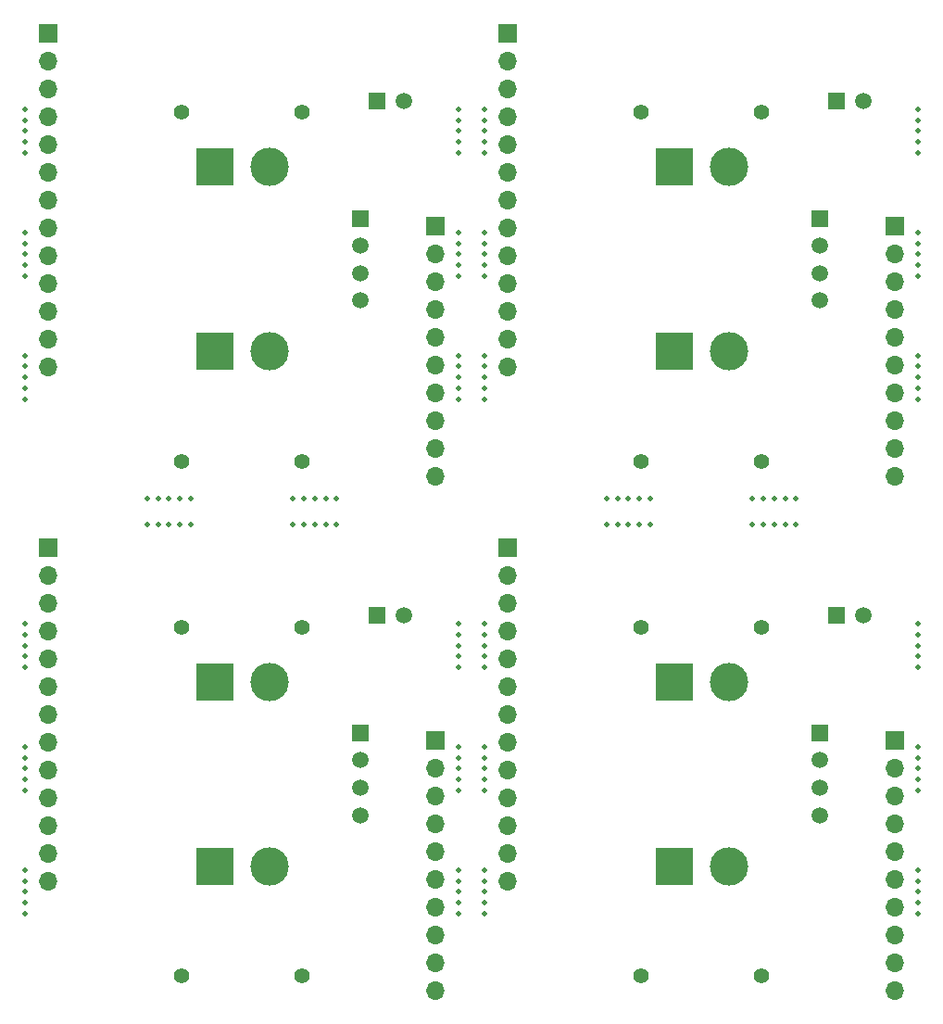
<source format=gbr>
%TF.GenerationSoftware,KiCad,Pcbnew,(6.0.11)*%
%TF.CreationDate,2023-02-14T10:41:56+13:00*%
%TF.ProjectId,shield_panel,73686965-6c64-45f7-9061-6e656c2e6b69,rev?*%
%TF.SameCoordinates,Original*%
%TF.FileFunction,Soldermask,Bot*%
%TF.FilePolarity,Negative*%
%FSLAX46Y46*%
G04 Gerber Fmt 4.6, Leading zero omitted, Abs format (unit mm)*
G04 Created by KiCad (PCBNEW (6.0.11)) date 2023-02-14 10:41:56*
%MOMM*%
%LPD*%
G01*
G04 APERTURE LIST*
%ADD10C,0.500000*%
%ADD11C,1.400000*%
%ADD12R,3.500000X3.500000*%
%ADD13C,3.500000*%
%ADD14R,1.700000X1.700000*%
%ADD15O,1.700000X1.700000*%
%ADD16R,1.508000X1.508000*%
%ADD17C,1.508000*%
G04 APERTURE END LIST*
D10*
%TO.C,REF\u002A\u002A*%
X66200000Y-85500000D03*
%TD*%
%TO.C,REF\u002A\u002A*%
X77333333Y-62200000D03*
%TD*%
%TO.C,REF\u002A\u002A*%
X90666666Y-62200000D03*
%TD*%
%TO.C,REF\u002A\u002A*%
X79333333Y-59800000D03*
%TD*%
%TO.C,REF\u002A\u002A*%
X63800000Y-37500000D03*
%TD*%
%TO.C,REF\u002A\u002A*%
X105800000Y-85500000D03*
%TD*%
%TO.C,REF\u002A\u002A*%
X66200000Y-73250000D03*
%TD*%
%TO.C,REF\u002A\u002A*%
X24200000Y-38500000D03*
%TD*%
%TO.C,REF\u002A\u002A*%
X63800000Y-71250000D03*
%TD*%
%TO.C,REF\u002A\u002A*%
X66200000Y-49750000D03*
%TD*%
%TO.C,REF\u002A\u002A*%
X63800000Y-26250000D03*
%TD*%
%TO.C,REF\u002A\u002A*%
X35333334Y-62200000D03*
%TD*%
%TO.C,REF\u002A\u002A*%
X48666666Y-59800000D03*
%TD*%
D11*
%TO.C,J202*%
X49500000Y-56400000D03*
X38500000Y-56400000D03*
D12*
X41500000Y-46400000D03*
D13*
X46500000Y-46400000D03*
%TD*%
D10*
%TO.C,REF\u002A\u002A*%
X39333334Y-59800000D03*
%TD*%
%TO.C,REF\u002A\u002A*%
X66200000Y-24250000D03*
%TD*%
%TO.C,REF\u002A\u002A*%
X94666666Y-59800000D03*
%TD*%
%TO.C,REF\u002A\u002A*%
X66200000Y-39500000D03*
%TD*%
%TO.C,REF\u002A\u002A*%
X93666666Y-59800000D03*
%TD*%
%TO.C,REF\u002A\u002A*%
X24200000Y-96750000D03*
%TD*%
D14*
%TO.C,J504*%
X61717000Y-81890000D03*
D15*
X61717000Y-84430000D03*
X61717000Y-86970000D03*
X61717000Y-89510000D03*
X61717000Y-92050000D03*
X61717000Y-94590000D03*
X61717000Y-97130000D03*
X61717000Y-99670000D03*
X61717000Y-102210000D03*
X61717000Y-104750000D03*
%TD*%
D10*
%TO.C,REF\u002A\u002A*%
X24200000Y-36500000D03*
%TD*%
%TO.C,REF\u002A\u002A*%
X24200000Y-73250000D03*
%TD*%
%TO.C,REF\u002A\u002A*%
X105800000Y-38500000D03*
%TD*%
%TO.C,REF\u002A\u002A*%
X94666666Y-62200000D03*
%TD*%
%TO.C,REF\u002A\u002A*%
X63800000Y-82500000D03*
%TD*%
%TO.C,REF\u002A\u002A*%
X66200000Y-50750000D03*
%TD*%
D11*
%TO.C,J201*%
X91500000Y-24550000D03*
X80500000Y-24550000D03*
D12*
X83500000Y-29550000D03*
D13*
X88500000Y-29550000D03*
%TD*%
D10*
%TO.C,REF\u002A\u002A*%
X105800000Y-28250000D03*
%TD*%
%TO.C,REF\u002A\u002A*%
X79333333Y-62200000D03*
%TD*%
%TO.C,REF\u002A\u002A*%
X91666666Y-59800000D03*
%TD*%
%TO.C,REF\u002A\u002A*%
X66200000Y-93750000D03*
%TD*%
%TO.C,REF\u002A\u002A*%
X66200000Y-36500000D03*
%TD*%
%TO.C,REF\u002A\u002A*%
X105800000Y-84500000D03*
%TD*%
%TO.C,REF\u002A\u002A*%
X105800000Y-48750000D03*
%TD*%
%TO.C,REF\u002A\u002A*%
X37333334Y-62200000D03*
%TD*%
%TO.C,REF\u002A\u002A*%
X66200000Y-83500000D03*
%TD*%
%TO.C,REF\u002A\u002A*%
X39333334Y-62200000D03*
%TD*%
%TO.C,REF\u002A\u002A*%
X24200000Y-83500000D03*
%TD*%
%TO.C,REF\u002A\u002A*%
X24200000Y-72250000D03*
%TD*%
%TO.C,REF\u002A\u002A*%
X105800000Y-37500000D03*
%TD*%
%TO.C,REF\u002A\u002A*%
X105800000Y-75250000D03*
%TD*%
D11*
%TO.C,J201*%
X38500000Y-71550000D03*
X49500000Y-71550000D03*
D12*
X41500000Y-76550000D03*
D13*
X46500000Y-76550000D03*
%TD*%
D10*
%TO.C,REF\u002A\u002A*%
X105800000Y-72250000D03*
%TD*%
D16*
%TO.C,J501*%
X54825000Y-34237500D03*
D17*
X54825000Y-36737500D03*
X54825000Y-39237500D03*
X54825000Y-41737500D03*
%TD*%
D10*
%TO.C,REF\u002A\u002A*%
X66200000Y-47750000D03*
%TD*%
%TO.C,REF\u002A\u002A*%
X24200000Y-49750000D03*
%TD*%
%TO.C,REF\u002A\u002A*%
X24200000Y-24250000D03*
%TD*%
D11*
%TO.C,J201*%
X91500000Y-71550000D03*
X80500000Y-71550000D03*
D12*
X83500000Y-76550000D03*
D13*
X88500000Y-76550000D03*
%TD*%
D11*
%TO.C,J202*%
X91500000Y-103400000D03*
X80500000Y-103400000D03*
D12*
X83500000Y-93400000D03*
D13*
X88500000Y-93400000D03*
%TD*%
D10*
%TO.C,REF\u002A\u002A*%
X92666666Y-59800000D03*
%TD*%
%TO.C,REF\u002A\u002A*%
X66200000Y-27250000D03*
%TD*%
%TO.C,REF\u002A\u002A*%
X78333333Y-62200000D03*
%TD*%
%TO.C,REF\u002A\u002A*%
X66200000Y-84500000D03*
%TD*%
%TO.C,REF\u002A\u002A*%
X81333333Y-59800000D03*
%TD*%
%TO.C,REF\u002A\u002A*%
X105800000Y-97750000D03*
%TD*%
%TO.C,REF\u002A\u002A*%
X66200000Y-72250000D03*
%TD*%
%TO.C,REF\u002A\u002A*%
X63800000Y-35500000D03*
%TD*%
%TO.C,REF\u002A\u002A*%
X63800000Y-72250000D03*
%TD*%
D16*
%TO.C,J502*%
X56325000Y-70500000D03*
D17*
X58825000Y-70500000D03*
%TD*%
D10*
%TO.C,REF\u002A\u002A*%
X24200000Y-74250000D03*
%TD*%
D11*
%TO.C,J202*%
X49500000Y-103400000D03*
X38500000Y-103400000D03*
D12*
X41500000Y-93400000D03*
D13*
X46500000Y-93400000D03*
%TD*%
D10*
%TO.C,REF\u002A\u002A*%
X66200000Y-94750000D03*
%TD*%
%TO.C,REF\u002A\u002A*%
X92666666Y-62200000D03*
%TD*%
%TO.C,REF\u002A\u002A*%
X24200000Y-97750000D03*
%TD*%
%TO.C,REF\u002A\u002A*%
X66200000Y-96750000D03*
%TD*%
%TO.C,REF\u002A\u002A*%
X66200000Y-82500000D03*
%TD*%
D11*
%TO.C,J201*%
X38500000Y-24550000D03*
X49500000Y-24550000D03*
D12*
X41500000Y-29550000D03*
D13*
X46500000Y-29550000D03*
%TD*%
D10*
%TO.C,REF\u002A\u002A*%
X63800000Y-84500000D03*
%TD*%
%TO.C,REF\u002A\u002A*%
X105800000Y-74250000D03*
%TD*%
%TO.C,REF\u002A\u002A*%
X24200000Y-75250000D03*
%TD*%
%TO.C,REF\u002A\u002A*%
X66200000Y-86500000D03*
%TD*%
%TO.C,REF\u002A\u002A*%
X63800000Y-46750000D03*
%TD*%
%TO.C,REF\u002A\u002A*%
X66200000Y-26250000D03*
%TD*%
%TO.C,REF\u002A\u002A*%
X63800000Y-39500000D03*
%TD*%
%TO.C,REF\u002A\u002A*%
X78333333Y-59800000D03*
%TD*%
%TO.C,REF\u002A\u002A*%
X63800000Y-86500000D03*
%TD*%
%TO.C,REF\u002A\u002A*%
X66200000Y-35500000D03*
%TD*%
%TO.C,REF\u002A\u002A*%
X49666666Y-62200000D03*
%TD*%
%TO.C,REF\u002A\u002A*%
X63800000Y-97750000D03*
%TD*%
%TO.C,REF\u002A\u002A*%
X63800000Y-74250000D03*
%TD*%
D14*
%TO.C,J504*%
X103717000Y-81890000D03*
D15*
X103717000Y-84430000D03*
X103717000Y-86970000D03*
X103717000Y-89510000D03*
X103717000Y-92050000D03*
X103717000Y-94590000D03*
X103717000Y-97130000D03*
X103717000Y-99670000D03*
X103717000Y-102210000D03*
X103717000Y-104750000D03*
%TD*%
D10*
%TO.C,REF\u002A\u002A*%
X63800000Y-24250000D03*
%TD*%
%TO.C,REF\u002A\u002A*%
X63800000Y-94750000D03*
%TD*%
%TO.C,REF\u002A\u002A*%
X90666666Y-59800000D03*
%TD*%
%TO.C,REF\u002A\u002A*%
X66200000Y-71250000D03*
%TD*%
%TO.C,REF\u002A\u002A*%
X66200000Y-25250000D03*
%TD*%
%TO.C,REF\u002A\u002A*%
X66200000Y-37500000D03*
%TD*%
%TO.C,REF\u002A\u002A*%
X36333334Y-62200000D03*
%TD*%
%TO.C,REF\u002A\u002A*%
X24200000Y-27250000D03*
%TD*%
%TO.C,REF\u002A\u002A*%
X24200000Y-47750000D03*
%TD*%
%TO.C,REF\u002A\u002A*%
X37333334Y-59800000D03*
%TD*%
%TO.C,REF\u002A\u002A*%
X91666666Y-62200000D03*
%TD*%
%TO.C,REF\u002A\u002A*%
X49666666Y-59800000D03*
%TD*%
%TO.C,REF\u002A\u002A*%
X24200000Y-28250000D03*
%TD*%
%TO.C,REF\u002A\u002A*%
X66200000Y-48750000D03*
%TD*%
%TO.C,REF\u002A\u002A*%
X63800000Y-28250000D03*
%TD*%
%TO.C,REF\u002A\u002A*%
X105800000Y-47750000D03*
%TD*%
%TO.C,REF\u002A\u002A*%
X24200000Y-39500000D03*
%TD*%
%TO.C,REF\u002A\u002A*%
X80333333Y-59800000D03*
%TD*%
%TO.C,REF\u002A\u002A*%
X51666666Y-62200000D03*
%TD*%
%TO.C,REF\u002A\u002A*%
X35333334Y-59800000D03*
%TD*%
%TO.C,REF\u002A\u002A*%
X77333333Y-59800000D03*
%TD*%
D16*
%TO.C,J501*%
X96825000Y-34237500D03*
D17*
X96825000Y-36737500D03*
X96825000Y-39237500D03*
X96825000Y-41737500D03*
%TD*%
D10*
%TO.C,REF\u002A\u002A*%
X80333333Y-62200000D03*
%TD*%
D16*
%TO.C,J502*%
X98325000Y-23500000D03*
D17*
X100825000Y-23500000D03*
%TD*%
D10*
%TO.C,REF\u002A\u002A*%
X93666666Y-62200000D03*
%TD*%
%TO.C,REF\u002A\u002A*%
X105800000Y-96750000D03*
%TD*%
%TO.C,REF\u002A\u002A*%
X24200000Y-94750000D03*
%TD*%
%TO.C,REF\u002A\u002A*%
X63800000Y-49750000D03*
%TD*%
%TO.C,REF\u002A\u002A*%
X63800000Y-73250000D03*
%TD*%
%TO.C,REF\u002A\u002A*%
X24200000Y-86500000D03*
%TD*%
%TO.C,REF\u002A\u002A*%
X63800000Y-27250000D03*
%TD*%
%TO.C,REF\u002A\u002A*%
X81333333Y-62200000D03*
%TD*%
%TO.C,REF\u002A\u002A*%
X63800000Y-48750000D03*
%TD*%
%TO.C,REF\u002A\u002A*%
X24200000Y-26250000D03*
%TD*%
%TO.C,REF\u002A\u002A*%
X24200000Y-71250000D03*
%TD*%
%TO.C,REF\u002A\u002A*%
X63800000Y-93750000D03*
%TD*%
%TO.C,REF\u002A\u002A*%
X66200000Y-97750000D03*
%TD*%
D14*
%TO.C,J504*%
X61717000Y-34890000D03*
D15*
X61717000Y-37430000D03*
X61717000Y-39970000D03*
X61717000Y-42510000D03*
X61717000Y-45050000D03*
X61717000Y-47590000D03*
X61717000Y-50130000D03*
X61717000Y-52670000D03*
X61717000Y-55210000D03*
X61717000Y-57750000D03*
%TD*%
D10*
%TO.C,REF\u002A\u002A*%
X63800000Y-47750000D03*
%TD*%
D14*
%TO.C,J506*%
X26300000Y-64308000D03*
D15*
X26300000Y-66848000D03*
X26300000Y-69388000D03*
X26300000Y-71928000D03*
X26300000Y-74468000D03*
X26300000Y-77008000D03*
X26300000Y-79548000D03*
X26300000Y-82088000D03*
X26300000Y-84628000D03*
X26300000Y-87168000D03*
X26300000Y-89708000D03*
X26300000Y-92248000D03*
X26300000Y-94788000D03*
%TD*%
D16*
%TO.C,J501*%
X96825000Y-81237500D03*
D17*
X96825000Y-83737500D03*
X96825000Y-86237500D03*
X96825000Y-88737500D03*
%TD*%
D10*
%TO.C,REF\u002A\u002A*%
X66200000Y-38500000D03*
%TD*%
D14*
%TO.C,J506*%
X26300000Y-17308000D03*
D15*
X26300000Y-19848000D03*
X26300000Y-22388000D03*
X26300000Y-24928000D03*
X26300000Y-27468000D03*
X26300000Y-30008000D03*
X26300000Y-32548000D03*
X26300000Y-35088000D03*
X26300000Y-37628000D03*
X26300000Y-40168000D03*
X26300000Y-42708000D03*
X26300000Y-45248000D03*
X26300000Y-47788000D03*
%TD*%
D10*
%TO.C,REF\u002A\u002A*%
X50666666Y-59800000D03*
%TD*%
%TO.C,REF\u002A\u002A*%
X66200000Y-75250000D03*
%TD*%
%TO.C,REF\u002A\u002A*%
X105800000Y-73250000D03*
%TD*%
%TO.C,REF\u002A\u002A*%
X52666666Y-59800000D03*
%TD*%
%TO.C,REF\u002A\u002A*%
X50666666Y-62200000D03*
%TD*%
%TO.C,REF\u002A\u002A*%
X24200000Y-48750000D03*
%TD*%
D16*
%TO.C,J502*%
X98325000Y-70500000D03*
D17*
X100825000Y-70500000D03*
%TD*%
D10*
%TO.C,REF\u002A\u002A*%
X105800000Y-86500000D03*
%TD*%
%TO.C,REF\u002A\u002A*%
X38333334Y-59800000D03*
%TD*%
%TO.C,REF\u002A\u002A*%
X105800000Y-83500000D03*
%TD*%
%TO.C,REF\u002A\u002A*%
X66200000Y-28250000D03*
%TD*%
%TO.C,REF\u002A\u002A*%
X105800000Y-27250000D03*
%TD*%
%TO.C,REF\u002A\u002A*%
X105800000Y-35500000D03*
%TD*%
%TO.C,REF\u002A\u002A*%
X63800000Y-50750000D03*
%TD*%
%TO.C,REF\u002A\u002A*%
X105800000Y-95750000D03*
%TD*%
D14*
%TO.C,J506*%
X68300000Y-17308000D03*
D15*
X68300000Y-19848000D03*
X68300000Y-22388000D03*
X68300000Y-24928000D03*
X68300000Y-27468000D03*
X68300000Y-30008000D03*
X68300000Y-32548000D03*
X68300000Y-35088000D03*
X68300000Y-37628000D03*
X68300000Y-40168000D03*
X68300000Y-42708000D03*
X68300000Y-45248000D03*
X68300000Y-47788000D03*
%TD*%
D14*
%TO.C,J504*%
X103717000Y-34890000D03*
D15*
X103717000Y-37430000D03*
X103717000Y-39970000D03*
X103717000Y-42510000D03*
X103717000Y-45050000D03*
X103717000Y-47590000D03*
X103717000Y-50130000D03*
X103717000Y-52670000D03*
X103717000Y-55210000D03*
X103717000Y-57750000D03*
%TD*%
D10*
%TO.C,REF\u002A\u002A*%
X24200000Y-50750000D03*
%TD*%
%TO.C,REF\u002A\u002A*%
X24200000Y-35500000D03*
%TD*%
%TO.C,REF\u002A\u002A*%
X63800000Y-25250000D03*
%TD*%
%TO.C,REF\u002A\u002A*%
X105800000Y-46750000D03*
%TD*%
%TO.C,REF\u002A\u002A*%
X24200000Y-82500000D03*
%TD*%
%TO.C,REF\u002A\u002A*%
X63800000Y-36500000D03*
%TD*%
%TO.C,REF\u002A\u002A*%
X105800000Y-26250000D03*
%TD*%
%TO.C,REF\u002A\u002A*%
X105800000Y-49750000D03*
%TD*%
%TO.C,REF\u002A\u002A*%
X105800000Y-82500000D03*
%TD*%
%TO.C,REF\u002A\u002A*%
X63800000Y-95750000D03*
%TD*%
%TO.C,REF\u002A\u002A*%
X63800000Y-75250000D03*
%TD*%
%TO.C,REF\u002A\u002A*%
X24200000Y-37500000D03*
%TD*%
%TO.C,REF\u002A\u002A*%
X48666666Y-62200000D03*
%TD*%
D16*
%TO.C,J502*%
X56325000Y-23500000D03*
D17*
X58825000Y-23500000D03*
%TD*%
D10*
%TO.C,REF\u002A\u002A*%
X63800000Y-38500000D03*
%TD*%
%TO.C,REF\u002A\u002A*%
X24200000Y-84500000D03*
%TD*%
%TO.C,REF\u002A\u002A*%
X24200000Y-25250000D03*
%TD*%
%TO.C,REF\u002A\u002A*%
X105800000Y-94750000D03*
%TD*%
%TO.C,REF\u002A\u002A*%
X66200000Y-74250000D03*
%TD*%
%TO.C,REF\u002A\u002A*%
X24200000Y-85500000D03*
%TD*%
%TO.C,REF\u002A\u002A*%
X24200000Y-95750000D03*
%TD*%
%TO.C,REF\u002A\u002A*%
X36333334Y-59800000D03*
%TD*%
%TO.C,REF\u002A\u002A*%
X51666666Y-59800000D03*
%TD*%
%TO.C,REF\u002A\u002A*%
X24200000Y-93750000D03*
%TD*%
%TO.C,REF\u002A\u002A*%
X105800000Y-93750000D03*
%TD*%
D11*
%TO.C,J202*%
X80500000Y-56400000D03*
X91500000Y-56400000D03*
D12*
X83500000Y-46400000D03*
D13*
X88500000Y-46400000D03*
%TD*%
D10*
%TO.C,REF\u002A\u002A*%
X105800000Y-25250000D03*
%TD*%
%TO.C,REF\u002A\u002A*%
X105800000Y-39500000D03*
%TD*%
%TO.C,REF\u002A\u002A*%
X105800000Y-50750000D03*
%TD*%
%TO.C,REF\u002A\u002A*%
X66200000Y-46750000D03*
%TD*%
%TO.C,REF\u002A\u002A*%
X105800000Y-36500000D03*
%TD*%
D16*
%TO.C,J501*%
X54825000Y-81237500D03*
D17*
X54825000Y-83737500D03*
X54825000Y-86237500D03*
X54825000Y-88737500D03*
%TD*%
D10*
%TO.C,REF\u002A\u002A*%
X52666666Y-62200000D03*
%TD*%
%TO.C,REF\u002A\u002A*%
X63800000Y-83500000D03*
%TD*%
%TO.C,REF\u002A\u002A*%
X63800000Y-96750000D03*
%TD*%
%TO.C,REF\u002A\u002A*%
X63800000Y-85500000D03*
%TD*%
%TO.C,REF\u002A\u002A*%
X105800000Y-71250000D03*
%TD*%
%TO.C,REF\u002A\u002A*%
X24200000Y-46750000D03*
%TD*%
%TO.C,REF\u002A\u002A*%
X38333334Y-62200000D03*
%TD*%
%TO.C,REF\u002A\u002A*%
X66200000Y-95750000D03*
%TD*%
D14*
%TO.C,J506*%
X68300000Y-64308000D03*
D15*
X68300000Y-66848000D03*
X68300000Y-69388000D03*
X68300000Y-71928000D03*
X68300000Y-74468000D03*
X68300000Y-77008000D03*
X68300000Y-79548000D03*
X68300000Y-82088000D03*
X68300000Y-84628000D03*
X68300000Y-87168000D03*
X68300000Y-89708000D03*
X68300000Y-92248000D03*
X68300000Y-94788000D03*
%TD*%
D10*
%TO.C,REF\u002A\u002A*%
X105800000Y-24250000D03*
%TD*%
M02*

</source>
